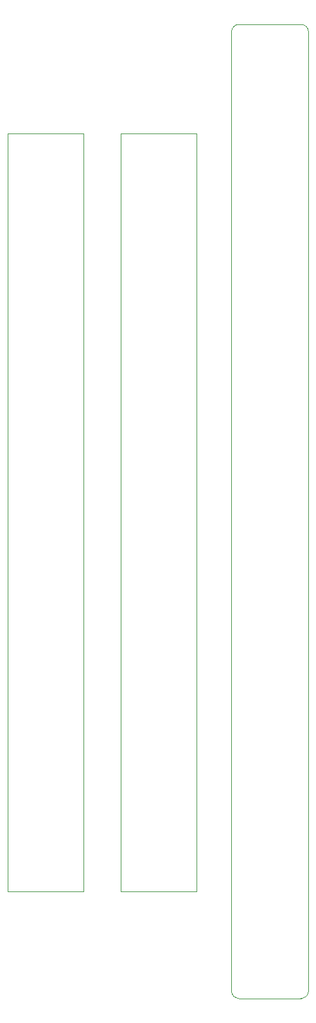
<source format=gbr>
%TF.GenerationSoftware,KiCad,Pcbnew,(6.0.0)*%
%TF.CreationDate,2022-02-24T10:47:42+08:00*%
%TF.ProjectId,LedController 2HP sandwich,4c656443-6f6e-4747-926f-6c6c65722032,rev?*%
%TF.SameCoordinates,Original*%
%TF.FileFunction,Profile,NP*%
%FSLAX46Y46*%
G04 Gerber Fmt 4.6, Leading zero omitted, Abs format (unit mm)*
G04 Created by KiCad (PCBNEW (6.0.0)) date 2022-02-24 10:47:42*
%MOMM*%
%LPD*%
G01*
G04 APERTURE LIST*
%TA.AperFunction,Profile*%
%ADD10C,0.050000*%
%TD*%
G04 APERTURE END LIST*
D10*
X0Y-100000000D02*
X10000000Y-100000000D01*
X10000000Y0D02*
X10000000Y-100000000D01*
X14910000Y-100000000D02*
X24910000Y-100000000D01*
X0Y0D02*
X0Y-100000000D01*
X14910000Y0D02*
X14910000Y-100000000D01*
X14910000Y0D02*
X24910000Y0D01*
X0Y0D02*
X10000000Y0D01*
X24910000Y0D02*
X24910000Y-100000000D01*
%TO.C,U$1*%
X30492500Y14362500D02*
X38652500Y14362500D01*
X38652500Y-114137500D02*
X30492500Y-114137500D01*
X39652500Y13362500D02*
X39652500Y-113137500D01*
X29492500Y-113137500D02*
X29492500Y13362500D01*
X29492500Y-113137500D02*
G75*
G03*
X30492500Y-114137500I999999J-1D01*
G01*
X38652500Y-114137500D02*
G75*
G03*
X39652500Y-113137500I1J999999D01*
G01*
X39652500Y13362500D02*
G75*
G03*
X38652500Y14362500I-999999J1D01*
G01*
X30492500Y14362500D02*
G75*
G03*
X29492500Y13362500I-1J-999999D01*
G01*
%TD*%
M02*

</source>
